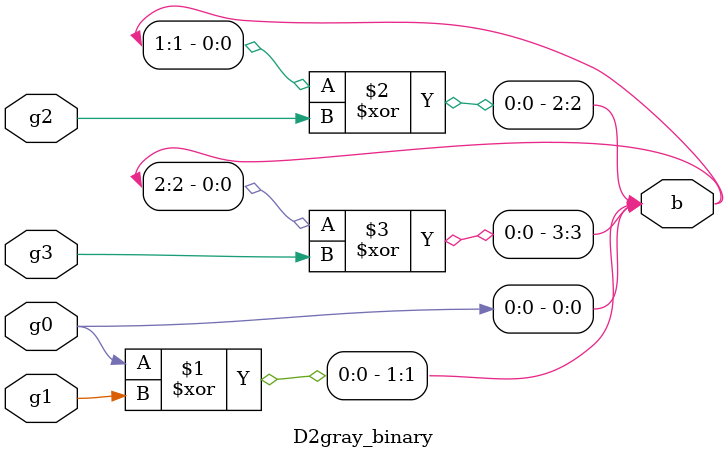
<source format=v>
`timescale 1ns / 1ps
module D2gray_binary(g0,g1,g2,g3,b
    );
input g0,g1,g2,g3;
output [0:3]b;
wire [0:3]b;
assign b[0]=g0;
assign b[1]=b[0]^g1;
assign b[2]=b[1]^g2;
assign b[3]=b[2]^g3;
endmodule

</source>
